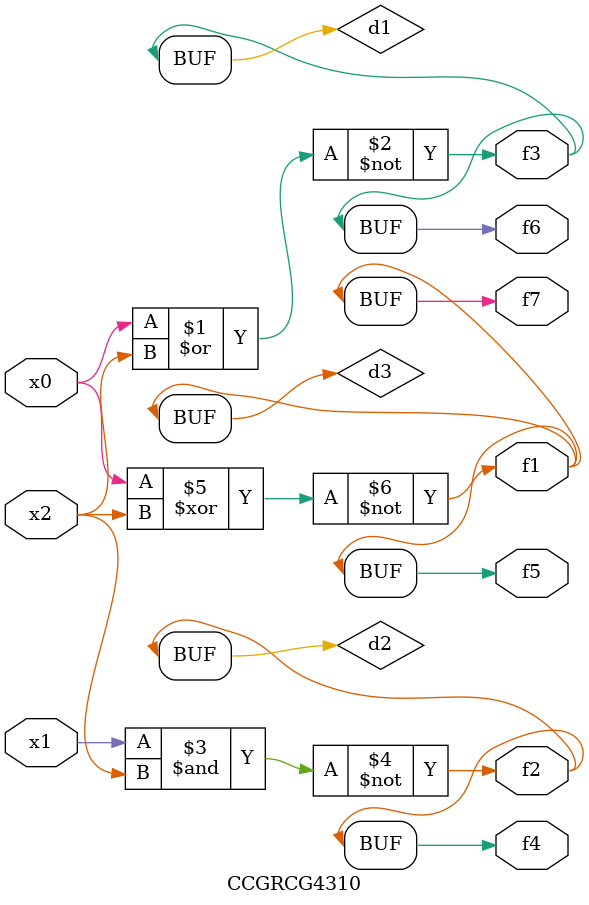
<source format=v>
module CCGRCG4310(
	input x0, x1, x2,
	output f1, f2, f3, f4, f5, f6, f7
);

	wire d1, d2, d3;

	nor (d1, x0, x2);
	nand (d2, x1, x2);
	xnor (d3, x0, x2);
	assign f1 = d3;
	assign f2 = d2;
	assign f3 = d1;
	assign f4 = d2;
	assign f5 = d3;
	assign f6 = d1;
	assign f7 = d3;
endmodule

</source>
